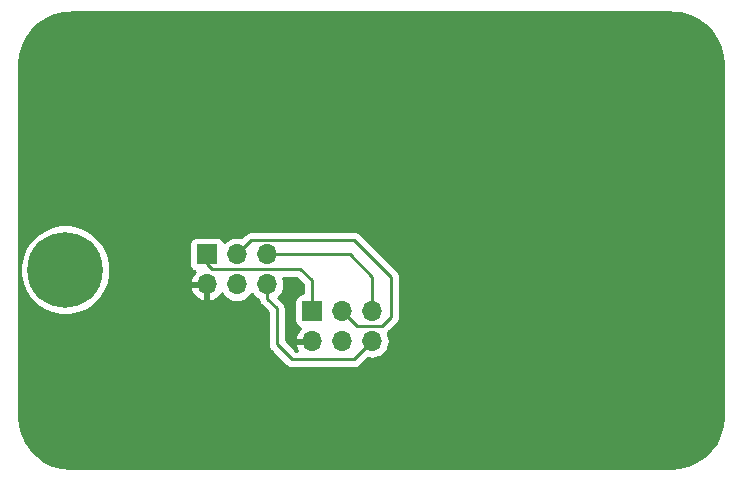
<source format=gbr>
G04 #@! TF.GenerationSoftware,KiCad,Pcbnew,5.0.2-bee76a0~70~ubuntu18.04.1*
G04 #@! TF.CreationDate,2019-02-08T21:36:26-08:00*
G04 #@! TF.ProjectId,sao-bob_ross1,73616f2d-626f-4625-9f72-6f7373312e6b,rev?*
G04 #@! TF.SameCoordinates,Original*
G04 #@! TF.FileFunction,Copper,L1,Top*
G04 #@! TF.FilePolarity,Positive*
%FSLAX46Y46*%
G04 Gerber Fmt 4.6, Leading zero omitted, Abs format (unit mm)*
G04 Created by KiCad (PCBNEW 5.0.2-bee76a0~70~ubuntu18.04.1) date Fri 08 Feb 2019 09:36:26 PM PST*
%MOMM*%
%LPD*%
G01*
G04 APERTURE LIST*
G04 #@! TA.AperFunction,ComponentPad*
%ADD10R,1.700000X1.700000*%
G04 #@! TD*
G04 #@! TA.AperFunction,ComponentPad*
%ADD11O,1.700000X1.700000*%
G04 #@! TD*
G04 #@! TA.AperFunction,ComponentPad*
%ADD12C,6.400000*%
G04 #@! TD*
G04 #@! TA.AperFunction,Conductor*
%ADD13C,0.250000*%
G04 #@! TD*
G04 #@! TA.AperFunction,Conductor*
%ADD14C,0.254000*%
G04 #@! TD*
G04 APERTURE END LIST*
D10*
G04 #@! TO.P,J1,1*
G04 #@! TO.N,Net-(J1-Pad1)*
X95000000Y-106000000D03*
D11*
G04 #@! TO.P,J1,2*
G04 #@! TO.N,GND*
X95000000Y-108540000D03*
G04 #@! TO.P,J1,3*
G04 #@! TO.N,Net-(J1-Pad3)*
X97540000Y-106000000D03*
G04 #@! TO.P,J1,4*
G04 #@! TO.N,Net-(J1-Pad4)*
X97540000Y-108540000D03*
G04 #@! TO.P,J1,5*
G04 #@! TO.N,Net-(J1-Pad5)*
X100080000Y-106000000D03*
G04 #@! TO.P,J1,6*
G04 #@! TO.N,Net-(J1-Pad6)*
X100080000Y-108540000D03*
G04 #@! TD*
G04 #@! TO.P,J2,6*
G04 #@! TO.N,Net-(J1-Pad6)*
X91180000Y-103740000D03*
G04 #@! TO.P,J2,5*
G04 #@! TO.N,Net-(J1-Pad5)*
X91180000Y-101200000D03*
G04 #@! TO.P,J2,4*
G04 #@! TO.N,Net-(J1-Pad4)*
X88640000Y-103740000D03*
G04 #@! TO.P,J2,3*
G04 #@! TO.N,Net-(J1-Pad3)*
X88640000Y-101200000D03*
G04 #@! TO.P,J2,2*
G04 #@! TO.N,GND*
X86100000Y-103740000D03*
D10*
G04 #@! TO.P,J2,1*
G04 #@! TO.N,Net-(J1-Pad1)*
X86100000Y-101200000D03*
G04 #@! TD*
D12*
G04 #@! TO.P,REF\002A\002A,1*
G04 #@! TO.N,N/C*
X74100000Y-102500000D03*
G04 #@! TD*
D13*
G04 #@! TO.N,Net-(J1-Pad1)*
X95000000Y-103400000D02*
X95000000Y-106000000D01*
X94000000Y-102400000D02*
X95000000Y-103400000D01*
X86500000Y-102400000D02*
X94000000Y-102400000D01*
X86100000Y-101200000D02*
X86100000Y-102000000D01*
X86100000Y-102000000D02*
X86500000Y-102400000D01*
G04 #@! TO.N,Net-(J1-Pad3)*
X98389999Y-106849999D02*
X97540000Y-106000000D01*
X98840000Y-107300000D02*
X98389999Y-106849999D01*
X89840000Y-100000000D02*
X98600000Y-100000000D01*
X88640000Y-101200000D02*
X89840000Y-100000000D01*
X100900000Y-107300000D02*
X98840000Y-107300000D01*
X98600000Y-100000000D02*
X101700000Y-103100000D01*
X101700000Y-103100000D02*
X101700000Y-106500000D01*
X101700000Y-106500000D02*
X100900000Y-107300000D01*
G04 #@! TO.N,Net-(J1-Pad5)*
X91180000Y-101200000D02*
X98200000Y-101200000D01*
X100080000Y-103080000D02*
X100080000Y-106000000D01*
X98200000Y-101200000D02*
X100080000Y-103080000D01*
G04 #@! TO.N,Net-(J1-Pad6)*
X91180000Y-104942081D02*
X92000000Y-105762081D01*
X91180000Y-103740000D02*
X91180000Y-104942081D01*
X92000000Y-105762081D02*
X92000000Y-108800000D01*
X92000000Y-108800000D02*
X93300000Y-110100000D01*
X98520000Y-110100000D02*
X100080000Y-108540000D01*
X93300000Y-110100000D02*
X98520000Y-110100000D01*
G04 #@! TD*
D14*
G04 #@! TO.N,GND*
G36*
X125350951Y-80719729D02*
X125434663Y-80732090D01*
X126254747Y-80805281D01*
X126985643Y-81005231D01*
X127669575Y-81331450D01*
X128284928Y-81773626D01*
X128812259Y-82317789D01*
X129234886Y-82946726D01*
X129539463Y-83640570D01*
X129717715Y-84383039D01*
X129766974Y-85053830D01*
X129788091Y-85182787D01*
X129790000Y-85188178D01*
X129790001Y-114818724D01*
X129780271Y-114850951D01*
X129767910Y-114934663D01*
X129694719Y-115754748D01*
X129494769Y-116485643D01*
X129168550Y-117169575D01*
X128726374Y-117784928D01*
X128182211Y-118312259D01*
X127553274Y-118734886D01*
X126859429Y-119039464D01*
X126116961Y-119217714D01*
X125446170Y-119266974D01*
X125317214Y-119288091D01*
X125311823Y-119290000D01*
X74681273Y-119290000D01*
X74649049Y-119280271D01*
X74565337Y-119267910D01*
X73745252Y-119194719D01*
X73014357Y-118994769D01*
X72330425Y-118668550D01*
X71715072Y-118226374D01*
X71187741Y-117682211D01*
X70765114Y-117053274D01*
X70460536Y-116359429D01*
X70282286Y-115616961D01*
X70233026Y-114946170D01*
X70211909Y-114817214D01*
X70210000Y-114811823D01*
X70210000Y-102122285D01*
X70265000Y-102122285D01*
X70265000Y-102877715D01*
X70412377Y-103618628D01*
X70701467Y-104316554D01*
X71121161Y-104944670D01*
X71655330Y-105478839D01*
X72283446Y-105898533D01*
X72981372Y-106187623D01*
X73722285Y-106335000D01*
X74477715Y-106335000D01*
X75218628Y-106187623D01*
X75916554Y-105898533D01*
X76544670Y-105478839D01*
X77078839Y-104944670D01*
X77498533Y-104316554D01*
X77589520Y-104096891D01*
X84658519Y-104096891D01*
X84755843Y-104371252D01*
X84904822Y-104621355D01*
X85099731Y-104837588D01*
X85333080Y-105011641D01*
X85595901Y-105136825D01*
X85743110Y-105181476D01*
X85973000Y-105060155D01*
X85973000Y-103867000D01*
X84779186Y-103867000D01*
X84658519Y-104096891D01*
X77589520Y-104096891D01*
X77787623Y-103618628D01*
X77935000Y-102877715D01*
X77935000Y-102122285D01*
X77787623Y-101381372D01*
X77498533Y-100683446D01*
X77275732Y-100350000D01*
X84611928Y-100350000D01*
X84611928Y-102050000D01*
X84624188Y-102174482D01*
X84660498Y-102294180D01*
X84719463Y-102404494D01*
X84798815Y-102501185D01*
X84895506Y-102580537D01*
X85005820Y-102639502D01*
X85081626Y-102662498D01*
X84904822Y-102858645D01*
X84755843Y-103108748D01*
X84658519Y-103383109D01*
X84779186Y-103613000D01*
X85973000Y-103613000D01*
X85973000Y-103593000D01*
X86227000Y-103593000D01*
X86227000Y-103613000D01*
X86247000Y-103613000D01*
X86247000Y-103867000D01*
X86227000Y-103867000D01*
X86227000Y-105060155D01*
X86456890Y-105181476D01*
X86604099Y-105136825D01*
X86866920Y-105011641D01*
X87100269Y-104837588D01*
X87295178Y-104621355D01*
X87364799Y-104504477D01*
X87399294Y-104569014D01*
X87584866Y-104795134D01*
X87810986Y-104980706D01*
X88068966Y-105118599D01*
X88348889Y-105203513D01*
X88567050Y-105225000D01*
X88712950Y-105225000D01*
X88931111Y-105203513D01*
X89211034Y-105118599D01*
X89469014Y-104980706D01*
X89695134Y-104795134D01*
X89880706Y-104569014D01*
X89910000Y-104514209D01*
X89939294Y-104569014D01*
X90124866Y-104795134D01*
X90350986Y-104980706D01*
X90423971Y-105019717D01*
X90430998Y-105091066D01*
X90474454Y-105234327D01*
X90545026Y-105366357D01*
X90602346Y-105436201D01*
X90640000Y-105482082D01*
X90668998Y-105505880D01*
X91240000Y-106076883D01*
X91240001Y-108762668D01*
X91236324Y-108800000D01*
X91240001Y-108837333D01*
X91250998Y-108948986D01*
X91264180Y-108992442D01*
X91294454Y-109092246D01*
X91365026Y-109224276D01*
X91436201Y-109311002D01*
X91460000Y-109340001D01*
X91488998Y-109363799D01*
X92736201Y-110611003D01*
X92759999Y-110640001D01*
X92875724Y-110734974D01*
X93007753Y-110805546D01*
X93151014Y-110849003D01*
X93262667Y-110860000D01*
X93262675Y-110860000D01*
X93300000Y-110863676D01*
X93337325Y-110860000D01*
X98482678Y-110860000D01*
X98520000Y-110863676D01*
X98557322Y-110860000D01*
X98557333Y-110860000D01*
X98668986Y-110849003D01*
X98812247Y-110805546D01*
X98944276Y-110734974D01*
X99060001Y-110640001D01*
X99083804Y-110610997D01*
X99714004Y-109980797D01*
X99788889Y-110003513D01*
X100007050Y-110025000D01*
X100152950Y-110025000D01*
X100371111Y-110003513D01*
X100651034Y-109918599D01*
X100909014Y-109780706D01*
X101135134Y-109595134D01*
X101320706Y-109369014D01*
X101458599Y-109111034D01*
X101543513Y-108831111D01*
X101572185Y-108540000D01*
X101543513Y-108248889D01*
X101458599Y-107968966D01*
X101405014Y-107868714D01*
X101440001Y-107840001D01*
X101463803Y-107810998D01*
X102211002Y-107063799D01*
X102240001Y-107040001D01*
X102334974Y-106924276D01*
X102405546Y-106792247D01*
X102449003Y-106648986D01*
X102460000Y-106537333D01*
X102460000Y-106537323D01*
X102463676Y-106500000D01*
X102460000Y-106462677D01*
X102460000Y-103137322D01*
X102463676Y-103099999D01*
X102460000Y-103062676D01*
X102460000Y-103062667D01*
X102449003Y-102951014D01*
X102405546Y-102807753D01*
X102374143Y-102749003D01*
X102334974Y-102675723D01*
X102263799Y-102588997D01*
X102240001Y-102559999D01*
X102211004Y-102536202D01*
X99163804Y-99489003D01*
X99140001Y-99459999D01*
X99024276Y-99365026D01*
X98892247Y-99294454D01*
X98748986Y-99250997D01*
X98637333Y-99240000D01*
X98637322Y-99240000D01*
X98600000Y-99236324D01*
X98562678Y-99240000D01*
X89877322Y-99240000D01*
X89839999Y-99236324D01*
X89802676Y-99240000D01*
X89802667Y-99240000D01*
X89691014Y-99250997D01*
X89547753Y-99294454D01*
X89415724Y-99365026D01*
X89299999Y-99459999D01*
X89276201Y-99488997D01*
X89005995Y-99759203D01*
X88931111Y-99736487D01*
X88712950Y-99715000D01*
X88567050Y-99715000D01*
X88348889Y-99736487D01*
X88068966Y-99821401D01*
X87810986Y-99959294D01*
X87584866Y-100144866D01*
X87560393Y-100174687D01*
X87539502Y-100105820D01*
X87480537Y-99995506D01*
X87401185Y-99898815D01*
X87304494Y-99819463D01*
X87194180Y-99760498D01*
X87074482Y-99724188D01*
X86950000Y-99711928D01*
X85250000Y-99711928D01*
X85125518Y-99724188D01*
X85005820Y-99760498D01*
X84895506Y-99819463D01*
X84798815Y-99898815D01*
X84719463Y-99995506D01*
X84660498Y-100105820D01*
X84624188Y-100225518D01*
X84611928Y-100350000D01*
X77275732Y-100350000D01*
X77078839Y-100055330D01*
X76544670Y-99521161D01*
X75916554Y-99101467D01*
X75218628Y-98812377D01*
X74477715Y-98665000D01*
X73722285Y-98665000D01*
X72981372Y-98812377D01*
X72283446Y-99101467D01*
X71655330Y-99521161D01*
X71121161Y-100055330D01*
X70701467Y-100683446D01*
X70412377Y-101381372D01*
X70265000Y-102122285D01*
X70210000Y-102122285D01*
X70210000Y-85181273D01*
X70219729Y-85149049D01*
X70232090Y-85065337D01*
X70305281Y-84245253D01*
X70505231Y-83514357D01*
X70831450Y-82830425D01*
X71273626Y-82215072D01*
X71817789Y-81687741D01*
X72446726Y-81265114D01*
X73140570Y-80960537D01*
X73883039Y-80782285D01*
X74553830Y-80733026D01*
X74682787Y-80711909D01*
X74688178Y-80710000D01*
X125318727Y-80710000D01*
X125350951Y-80719729D01*
X125350951Y-80719729D01*
G37*
X125350951Y-80719729D02*
X125434663Y-80732090D01*
X126254747Y-80805281D01*
X126985643Y-81005231D01*
X127669575Y-81331450D01*
X128284928Y-81773626D01*
X128812259Y-82317789D01*
X129234886Y-82946726D01*
X129539463Y-83640570D01*
X129717715Y-84383039D01*
X129766974Y-85053830D01*
X129788091Y-85182787D01*
X129790000Y-85188178D01*
X129790001Y-114818724D01*
X129780271Y-114850951D01*
X129767910Y-114934663D01*
X129694719Y-115754748D01*
X129494769Y-116485643D01*
X129168550Y-117169575D01*
X128726374Y-117784928D01*
X128182211Y-118312259D01*
X127553274Y-118734886D01*
X126859429Y-119039464D01*
X126116961Y-119217714D01*
X125446170Y-119266974D01*
X125317214Y-119288091D01*
X125311823Y-119290000D01*
X74681273Y-119290000D01*
X74649049Y-119280271D01*
X74565337Y-119267910D01*
X73745252Y-119194719D01*
X73014357Y-118994769D01*
X72330425Y-118668550D01*
X71715072Y-118226374D01*
X71187741Y-117682211D01*
X70765114Y-117053274D01*
X70460536Y-116359429D01*
X70282286Y-115616961D01*
X70233026Y-114946170D01*
X70211909Y-114817214D01*
X70210000Y-114811823D01*
X70210000Y-102122285D01*
X70265000Y-102122285D01*
X70265000Y-102877715D01*
X70412377Y-103618628D01*
X70701467Y-104316554D01*
X71121161Y-104944670D01*
X71655330Y-105478839D01*
X72283446Y-105898533D01*
X72981372Y-106187623D01*
X73722285Y-106335000D01*
X74477715Y-106335000D01*
X75218628Y-106187623D01*
X75916554Y-105898533D01*
X76544670Y-105478839D01*
X77078839Y-104944670D01*
X77498533Y-104316554D01*
X77589520Y-104096891D01*
X84658519Y-104096891D01*
X84755843Y-104371252D01*
X84904822Y-104621355D01*
X85099731Y-104837588D01*
X85333080Y-105011641D01*
X85595901Y-105136825D01*
X85743110Y-105181476D01*
X85973000Y-105060155D01*
X85973000Y-103867000D01*
X84779186Y-103867000D01*
X84658519Y-104096891D01*
X77589520Y-104096891D01*
X77787623Y-103618628D01*
X77935000Y-102877715D01*
X77935000Y-102122285D01*
X77787623Y-101381372D01*
X77498533Y-100683446D01*
X77275732Y-100350000D01*
X84611928Y-100350000D01*
X84611928Y-102050000D01*
X84624188Y-102174482D01*
X84660498Y-102294180D01*
X84719463Y-102404494D01*
X84798815Y-102501185D01*
X84895506Y-102580537D01*
X85005820Y-102639502D01*
X85081626Y-102662498D01*
X84904822Y-102858645D01*
X84755843Y-103108748D01*
X84658519Y-103383109D01*
X84779186Y-103613000D01*
X85973000Y-103613000D01*
X85973000Y-103593000D01*
X86227000Y-103593000D01*
X86227000Y-103613000D01*
X86247000Y-103613000D01*
X86247000Y-103867000D01*
X86227000Y-103867000D01*
X86227000Y-105060155D01*
X86456890Y-105181476D01*
X86604099Y-105136825D01*
X86866920Y-105011641D01*
X87100269Y-104837588D01*
X87295178Y-104621355D01*
X87364799Y-104504477D01*
X87399294Y-104569014D01*
X87584866Y-104795134D01*
X87810986Y-104980706D01*
X88068966Y-105118599D01*
X88348889Y-105203513D01*
X88567050Y-105225000D01*
X88712950Y-105225000D01*
X88931111Y-105203513D01*
X89211034Y-105118599D01*
X89469014Y-104980706D01*
X89695134Y-104795134D01*
X89880706Y-104569014D01*
X89910000Y-104514209D01*
X89939294Y-104569014D01*
X90124866Y-104795134D01*
X90350986Y-104980706D01*
X90423971Y-105019717D01*
X90430998Y-105091066D01*
X90474454Y-105234327D01*
X90545026Y-105366357D01*
X90602346Y-105436201D01*
X90640000Y-105482082D01*
X90668998Y-105505880D01*
X91240000Y-106076883D01*
X91240001Y-108762668D01*
X91236324Y-108800000D01*
X91240001Y-108837333D01*
X91250998Y-108948986D01*
X91264180Y-108992442D01*
X91294454Y-109092246D01*
X91365026Y-109224276D01*
X91436201Y-109311002D01*
X91460000Y-109340001D01*
X91488998Y-109363799D01*
X92736201Y-110611003D01*
X92759999Y-110640001D01*
X92875724Y-110734974D01*
X93007753Y-110805546D01*
X93151014Y-110849003D01*
X93262667Y-110860000D01*
X93262675Y-110860000D01*
X93300000Y-110863676D01*
X93337325Y-110860000D01*
X98482678Y-110860000D01*
X98520000Y-110863676D01*
X98557322Y-110860000D01*
X98557333Y-110860000D01*
X98668986Y-110849003D01*
X98812247Y-110805546D01*
X98944276Y-110734974D01*
X99060001Y-110640001D01*
X99083804Y-110610997D01*
X99714004Y-109980797D01*
X99788889Y-110003513D01*
X100007050Y-110025000D01*
X100152950Y-110025000D01*
X100371111Y-110003513D01*
X100651034Y-109918599D01*
X100909014Y-109780706D01*
X101135134Y-109595134D01*
X101320706Y-109369014D01*
X101458599Y-109111034D01*
X101543513Y-108831111D01*
X101572185Y-108540000D01*
X101543513Y-108248889D01*
X101458599Y-107968966D01*
X101405014Y-107868714D01*
X101440001Y-107840001D01*
X101463803Y-107810998D01*
X102211002Y-107063799D01*
X102240001Y-107040001D01*
X102334974Y-106924276D01*
X102405546Y-106792247D01*
X102449003Y-106648986D01*
X102460000Y-106537333D01*
X102460000Y-106537323D01*
X102463676Y-106500000D01*
X102460000Y-106462677D01*
X102460000Y-103137322D01*
X102463676Y-103099999D01*
X102460000Y-103062676D01*
X102460000Y-103062667D01*
X102449003Y-102951014D01*
X102405546Y-102807753D01*
X102374143Y-102749003D01*
X102334974Y-102675723D01*
X102263799Y-102588997D01*
X102240001Y-102559999D01*
X102211004Y-102536202D01*
X99163804Y-99489003D01*
X99140001Y-99459999D01*
X99024276Y-99365026D01*
X98892247Y-99294454D01*
X98748986Y-99250997D01*
X98637333Y-99240000D01*
X98637322Y-99240000D01*
X98600000Y-99236324D01*
X98562678Y-99240000D01*
X89877322Y-99240000D01*
X89839999Y-99236324D01*
X89802676Y-99240000D01*
X89802667Y-99240000D01*
X89691014Y-99250997D01*
X89547753Y-99294454D01*
X89415724Y-99365026D01*
X89299999Y-99459999D01*
X89276201Y-99488997D01*
X89005995Y-99759203D01*
X88931111Y-99736487D01*
X88712950Y-99715000D01*
X88567050Y-99715000D01*
X88348889Y-99736487D01*
X88068966Y-99821401D01*
X87810986Y-99959294D01*
X87584866Y-100144866D01*
X87560393Y-100174687D01*
X87539502Y-100105820D01*
X87480537Y-99995506D01*
X87401185Y-99898815D01*
X87304494Y-99819463D01*
X87194180Y-99760498D01*
X87074482Y-99724188D01*
X86950000Y-99711928D01*
X85250000Y-99711928D01*
X85125518Y-99724188D01*
X85005820Y-99760498D01*
X84895506Y-99819463D01*
X84798815Y-99898815D01*
X84719463Y-99995506D01*
X84660498Y-100105820D01*
X84624188Y-100225518D01*
X84611928Y-100350000D01*
X77275732Y-100350000D01*
X77078839Y-100055330D01*
X76544670Y-99521161D01*
X75916554Y-99101467D01*
X75218628Y-98812377D01*
X74477715Y-98665000D01*
X73722285Y-98665000D01*
X72981372Y-98812377D01*
X72283446Y-99101467D01*
X71655330Y-99521161D01*
X71121161Y-100055330D01*
X70701467Y-100683446D01*
X70412377Y-101381372D01*
X70265000Y-102122285D01*
X70210000Y-102122285D01*
X70210000Y-85181273D01*
X70219729Y-85149049D01*
X70232090Y-85065337D01*
X70305281Y-84245253D01*
X70505231Y-83514357D01*
X70831450Y-82830425D01*
X71273626Y-82215072D01*
X71817789Y-81687741D01*
X72446726Y-81265114D01*
X73140570Y-80960537D01*
X73883039Y-80782285D01*
X74553830Y-80733026D01*
X74682787Y-80711909D01*
X74688178Y-80710000D01*
X125318727Y-80710000D01*
X125350951Y-80719729D01*
G36*
X94240000Y-103714802D02*
X94240000Y-104511928D01*
X94150000Y-104511928D01*
X94025518Y-104524188D01*
X93905820Y-104560498D01*
X93795506Y-104619463D01*
X93698815Y-104698815D01*
X93619463Y-104795506D01*
X93560498Y-104905820D01*
X93524188Y-105025518D01*
X93511928Y-105150000D01*
X93511928Y-106850000D01*
X93524188Y-106974482D01*
X93560498Y-107094180D01*
X93619463Y-107204494D01*
X93698815Y-107301185D01*
X93795506Y-107380537D01*
X93905820Y-107439502D01*
X93981626Y-107462498D01*
X93804822Y-107658645D01*
X93655843Y-107908748D01*
X93558519Y-108183109D01*
X93679186Y-108413000D01*
X94873000Y-108413000D01*
X94873000Y-108393000D01*
X95127000Y-108393000D01*
X95127000Y-108413000D01*
X95147000Y-108413000D01*
X95147000Y-108667000D01*
X95127000Y-108667000D01*
X95127000Y-108687000D01*
X94873000Y-108687000D01*
X94873000Y-108667000D01*
X93679186Y-108667000D01*
X93558519Y-108896891D01*
X93655843Y-109171252D01*
X93756361Y-109340000D01*
X93614802Y-109340000D01*
X92760000Y-108485199D01*
X92760000Y-105799403D01*
X92763676Y-105762080D01*
X92760000Y-105724757D01*
X92760000Y-105724748D01*
X92749003Y-105613095D01*
X92705546Y-105469834D01*
X92650236Y-105366357D01*
X92634974Y-105337804D01*
X92563799Y-105251078D01*
X92540001Y-105222080D01*
X92511004Y-105198283D01*
X92165226Y-104852506D01*
X92235134Y-104795134D01*
X92420706Y-104569014D01*
X92558599Y-104311034D01*
X92643513Y-104031111D01*
X92672185Y-103740000D01*
X92643513Y-103448889D01*
X92558599Y-103168966D01*
X92553807Y-103160000D01*
X93685199Y-103160000D01*
X94240000Y-103714802D01*
X94240000Y-103714802D01*
G37*
X94240000Y-103714802D02*
X94240000Y-104511928D01*
X94150000Y-104511928D01*
X94025518Y-104524188D01*
X93905820Y-104560498D01*
X93795506Y-104619463D01*
X93698815Y-104698815D01*
X93619463Y-104795506D01*
X93560498Y-104905820D01*
X93524188Y-105025518D01*
X93511928Y-105150000D01*
X93511928Y-106850000D01*
X93524188Y-106974482D01*
X93560498Y-107094180D01*
X93619463Y-107204494D01*
X93698815Y-107301185D01*
X93795506Y-107380537D01*
X93905820Y-107439502D01*
X93981626Y-107462498D01*
X93804822Y-107658645D01*
X93655843Y-107908748D01*
X93558519Y-108183109D01*
X93679186Y-108413000D01*
X94873000Y-108413000D01*
X94873000Y-108393000D01*
X95127000Y-108393000D01*
X95127000Y-108413000D01*
X95147000Y-108413000D01*
X95147000Y-108667000D01*
X95127000Y-108667000D01*
X95127000Y-108687000D01*
X94873000Y-108687000D01*
X94873000Y-108667000D01*
X93679186Y-108667000D01*
X93558519Y-108896891D01*
X93655843Y-109171252D01*
X93756361Y-109340000D01*
X93614802Y-109340000D01*
X92760000Y-108485199D01*
X92760000Y-105799403D01*
X92763676Y-105762080D01*
X92760000Y-105724757D01*
X92760000Y-105724748D01*
X92749003Y-105613095D01*
X92705546Y-105469834D01*
X92650236Y-105366357D01*
X92634974Y-105337804D01*
X92563799Y-105251078D01*
X92540001Y-105222080D01*
X92511004Y-105198283D01*
X92165226Y-104852506D01*
X92235134Y-104795134D01*
X92420706Y-104569014D01*
X92558599Y-104311034D01*
X92643513Y-104031111D01*
X92672185Y-103740000D01*
X92643513Y-103448889D01*
X92558599Y-103168966D01*
X92553807Y-103160000D01*
X93685199Y-103160000D01*
X94240000Y-103714802D01*
G04 #@! TD*
M02*

</source>
